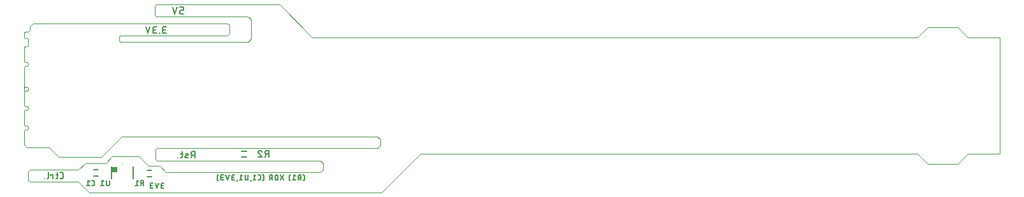
<source format=gbo>
G04 EAGLE Gerber X2 export*
%TF.Part,Single*%
%TF.FileFunction,Other,silk bottom*%
%TF.FilePolarity,Positive*%
%TF.GenerationSoftware,Autodesk,EAGLE,9.6.2*%
%TF.CreationDate,2022-04-17T12:17:04Z*%
G75*
%MOMM*%
%FSLAX34Y34*%
%LPD*%
%INsilk bottom*%
%AMOC8*
5,1,8,0,0,1.08239X$1,22.5*%
G01*
%ADD10C,0.000000*%
%ADD11C,0.152400*%
%ADD12C,0.127000*%
%ADD13C,0.010000*%
%ADD14R,0.750000X0.750000*%


D10*
X0Y-36000D02*
X3000Y-39000D01*
X32500Y-39000D01*
X0Y113500D02*
X1000Y114500D01*
X0Y113500D02*
X0Y107500D01*
X0Y94000D02*
X0Y75000D01*
X1000Y74000D01*
X4000Y74000D01*
X5000Y73000D01*
X5000Y70000D02*
X4000Y69000D01*
X1000Y69000D01*
X0Y68000D01*
X5000Y70000D02*
X5000Y73000D01*
X0Y68000D02*
X0Y42500D01*
X1000Y41500D01*
X4000Y41500D01*
X5000Y40500D01*
X5000Y37500D02*
X4000Y36500D01*
X1000Y36500D01*
X0Y35500D01*
X5000Y37500D02*
X5000Y40500D01*
X0Y42000D02*
X0Y35500D01*
X0Y16500D02*
X1000Y15500D01*
X4000Y15500D01*
X5000Y14500D01*
X5000Y11500D02*
X4000Y10500D01*
X1000Y10500D01*
X0Y9500D01*
X5000Y11500D02*
X5000Y14500D01*
X0Y-16500D02*
X0Y-36000D01*
X0Y-9500D02*
X0Y9500D01*
X0Y16500D02*
X0Y35500D01*
X0Y-9500D02*
X1000Y-10500D01*
X4000Y-10500D02*
X5000Y-11500D01*
X4000Y-10500D02*
X1000Y-10500D01*
X5000Y-11500D02*
X5000Y-14500D01*
X4000Y-15500D01*
X1000Y-15500D01*
X0Y-16500D01*
X1000Y106500D02*
X0Y107500D01*
X1000Y106500D02*
X4000Y106500D01*
X5000Y105500D01*
X5000Y96000D01*
X4000Y95000D01*
X1000Y95000D01*
X0Y94000D01*
D11*
X47460Y-81118D02*
X49379Y-81118D01*
X49465Y-81116D01*
X49551Y-81110D01*
X49637Y-81101D01*
X49722Y-81087D01*
X49806Y-81070D01*
X49890Y-81049D01*
X49972Y-81024D01*
X50053Y-80996D01*
X50133Y-80964D01*
X50212Y-80928D01*
X50288Y-80889D01*
X50363Y-80846D01*
X50436Y-80801D01*
X50507Y-80752D01*
X50575Y-80699D01*
X50642Y-80644D01*
X50705Y-80586D01*
X50766Y-80525D01*
X50824Y-80462D01*
X50879Y-80395D01*
X50932Y-80327D01*
X50981Y-80256D01*
X51026Y-80183D01*
X51069Y-80108D01*
X51108Y-80032D01*
X51144Y-79953D01*
X51176Y-79873D01*
X51204Y-79792D01*
X51229Y-79710D01*
X51250Y-79626D01*
X51267Y-79542D01*
X51281Y-79457D01*
X51290Y-79371D01*
X51296Y-79285D01*
X51298Y-79199D01*
X51298Y-74401D01*
X51296Y-74315D01*
X51290Y-74229D01*
X51281Y-74143D01*
X51267Y-74058D01*
X51250Y-73974D01*
X51229Y-73890D01*
X51204Y-73808D01*
X51176Y-73727D01*
X51144Y-73647D01*
X51108Y-73568D01*
X51069Y-73492D01*
X51026Y-73417D01*
X50981Y-73344D01*
X50932Y-73273D01*
X50879Y-73205D01*
X50824Y-73138D01*
X50766Y-73075D01*
X50705Y-73014D01*
X50642Y-72956D01*
X50576Y-72901D01*
X50507Y-72849D01*
X50436Y-72799D01*
X50363Y-72754D01*
X50288Y-72711D01*
X50212Y-72672D01*
X50133Y-72636D01*
X50053Y-72604D01*
X49972Y-72576D01*
X49890Y-72551D01*
X49806Y-72530D01*
X49722Y-72513D01*
X49637Y-72499D01*
X49551Y-72490D01*
X49465Y-72484D01*
X49379Y-72482D01*
X47460Y-72482D01*
X44615Y-75361D02*
X41737Y-75361D01*
X43656Y-72482D02*
X43656Y-79679D01*
X43655Y-79679D02*
X43653Y-79754D01*
X43647Y-79829D01*
X43637Y-79904D01*
X43624Y-79978D01*
X43606Y-80051D01*
X43585Y-80124D01*
X43559Y-80195D01*
X43531Y-80264D01*
X43498Y-80332D01*
X43462Y-80399D01*
X43423Y-80463D01*
X43380Y-80525D01*
X43334Y-80585D01*
X43285Y-80642D01*
X43234Y-80697D01*
X43179Y-80748D01*
X43122Y-80797D01*
X43062Y-80843D01*
X43000Y-80886D01*
X42936Y-80925D01*
X42869Y-80961D01*
X42801Y-80994D01*
X42732Y-81022D01*
X42661Y-81048D01*
X42588Y-81069D01*
X42515Y-81087D01*
X42441Y-81100D01*
X42366Y-81110D01*
X42291Y-81116D01*
X42216Y-81118D01*
X41737Y-81118D01*
X37597Y-81118D02*
X37597Y-75361D01*
X34719Y-75361D01*
X34719Y-76320D01*
X31539Y-79679D02*
X31539Y-72482D01*
X31539Y-79679D02*
X31537Y-79754D01*
X31531Y-79829D01*
X31521Y-79904D01*
X31508Y-79978D01*
X31490Y-80051D01*
X31469Y-80124D01*
X31443Y-80195D01*
X31415Y-80264D01*
X31382Y-80332D01*
X31346Y-80399D01*
X31307Y-80463D01*
X31264Y-80525D01*
X31218Y-80585D01*
X31169Y-80642D01*
X31118Y-80697D01*
X31063Y-80748D01*
X31006Y-80797D01*
X30946Y-80843D01*
X30884Y-80886D01*
X30820Y-80925D01*
X30753Y-80961D01*
X30685Y-80994D01*
X30616Y-81022D01*
X30545Y-81048D01*
X30472Y-81069D01*
X30399Y-81087D01*
X30325Y-81100D01*
X30250Y-81110D01*
X30175Y-81116D01*
X30100Y-81118D01*
X27155Y-81118D02*
X27155Y-80638D01*
X26676Y-80638D01*
X26676Y-81118D01*
X27155Y-81118D01*
X226298Y-53118D02*
X226298Y-44482D01*
X223899Y-44482D01*
X223802Y-44484D01*
X223706Y-44490D01*
X223610Y-44499D01*
X223514Y-44513D01*
X223419Y-44530D01*
X223325Y-44552D01*
X223232Y-44577D01*
X223139Y-44605D01*
X223048Y-44638D01*
X222959Y-44674D01*
X222871Y-44714D01*
X222784Y-44757D01*
X222700Y-44803D01*
X222617Y-44853D01*
X222536Y-44907D01*
X222458Y-44963D01*
X222382Y-45023D01*
X222308Y-45085D01*
X222237Y-45151D01*
X222169Y-45219D01*
X222103Y-45290D01*
X222041Y-45364D01*
X221981Y-45440D01*
X221925Y-45518D01*
X221871Y-45599D01*
X221821Y-45681D01*
X221775Y-45766D01*
X221732Y-45853D01*
X221692Y-45941D01*
X221656Y-46030D01*
X221623Y-46121D01*
X221595Y-46214D01*
X221570Y-46307D01*
X221548Y-46401D01*
X221531Y-46496D01*
X221517Y-46592D01*
X221508Y-46688D01*
X221502Y-46784D01*
X221500Y-46881D01*
X221502Y-46978D01*
X221508Y-47074D01*
X221517Y-47170D01*
X221531Y-47266D01*
X221548Y-47361D01*
X221570Y-47455D01*
X221595Y-47548D01*
X221623Y-47641D01*
X221656Y-47732D01*
X221692Y-47821D01*
X221732Y-47909D01*
X221775Y-47996D01*
X221821Y-48080D01*
X221871Y-48163D01*
X221925Y-48244D01*
X221981Y-48322D01*
X222041Y-48398D01*
X222103Y-48472D01*
X222169Y-48543D01*
X222237Y-48611D01*
X222308Y-48677D01*
X222382Y-48739D01*
X222458Y-48799D01*
X222536Y-48855D01*
X222617Y-48909D01*
X222699Y-48959D01*
X222784Y-49005D01*
X222871Y-49048D01*
X222959Y-49088D01*
X223048Y-49124D01*
X223139Y-49157D01*
X223232Y-49185D01*
X223325Y-49210D01*
X223419Y-49232D01*
X223514Y-49249D01*
X223610Y-49263D01*
X223706Y-49272D01*
X223802Y-49278D01*
X223899Y-49280D01*
X226298Y-49280D01*
X223419Y-49280D02*
X221500Y-53118D01*
X216649Y-49760D02*
X214250Y-50719D01*
X216649Y-49760D02*
X216712Y-49733D01*
X216774Y-49702D01*
X216834Y-49667D01*
X216892Y-49630D01*
X216948Y-49589D01*
X217001Y-49546D01*
X217052Y-49499D01*
X217100Y-49450D01*
X217146Y-49398D01*
X217188Y-49343D01*
X217228Y-49286D01*
X217264Y-49228D01*
X217297Y-49167D01*
X217326Y-49105D01*
X217352Y-49041D01*
X217375Y-48975D01*
X217393Y-48909D01*
X217408Y-48841D01*
X217420Y-48773D01*
X217427Y-48705D01*
X217431Y-48636D01*
X217430Y-48567D01*
X217426Y-48498D01*
X217418Y-48429D01*
X217407Y-48361D01*
X217391Y-48294D01*
X217372Y-48227D01*
X217350Y-48162D01*
X217323Y-48098D01*
X217293Y-48036D01*
X217260Y-47976D01*
X217223Y-47917D01*
X217184Y-47861D01*
X217141Y-47806D01*
X217095Y-47755D01*
X217047Y-47706D01*
X216995Y-47659D01*
X216942Y-47616D01*
X216886Y-47576D01*
X216827Y-47539D01*
X216767Y-47505D01*
X216705Y-47474D01*
X216642Y-47447D01*
X216577Y-47424D01*
X216511Y-47404D01*
X216444Y-47388D01*
X216376Y-47375D01*
X216307Y-47367D01*
X216238Y-47362D01*
X216169Y-47361D01*
X216030Y-47364D01*
X215891Y-47372D01*
X215752Y-47383D01*
X215614Y-47397D01*
X215476Y-47415D01*
X215338Y-47436D01*
X215201Y-47461D01*
X215065Y-47490D01*
X214929Y-47522D01*
X214795Y-47557D01*
X214661Y-47596D01*
X214528Y-47638D01*
X214397Y-47684D01*
X214267Y-47733D01*
X214138Y-47785D01*
X214010Y-47840D01*
X214250Y-50719D02*
X214187Y-50746D01*
X214125Y-50777D01*
X214065Y-50812D01*
X214007Y-50849D01*
X213951Y-50890D01*
X213898Y-50933D01*
X213847Y-50980D01*
X213799Y-51029D01*
X213753Y-51081D01*
X213711Y-51136D01*
X213671Y-51193D01*
X213635Y-51251D01*
X213602Y-51312D01*
X213573Y-51375D01*
X213547Y-51438D01*
X213524Y-51504D01*
X213506Y-51570D01*
X213491Y-51638D01*
X213479Y-51706D01*
X213472Y-51774D01*
X213468Y-51843D01*
X213469Y-51912D01*
X213473Y-51981D01*
X213481Y-52050D01*
X213492Y-52118D01*
X213508Y-52185D01*
X213527Y-52252D01*
X213549Y-52317D01*
X213576Y-52381D01*
X213606Y-52443D01*
X213639Y-52503D01*
X213676Y-52562D01*
X213715Y-52618D01*
X213758Y-52673D01*
X213804Y-52724D01*
X213852Y-52773D01*
X213904Y-52820D01*
X213957Y-52863D01*
X214013Y-52903D01*
X214072Y-52940D01*
X214132Y-52974D01*
X214194Y-53005D01*
X214257Y-53032D01*
X214322Y-53055D01*
X214388Y-53075D01*
X214455Y-53091D01*
X214523Y-53104D01*
X214592Y-53112D01*
X214661Y-53117D01*
X214730Y-53118D01*
X214729Y-53117D02*
X214922Y-53112D01*
X215114Y-53103D01*
X215306Y-53088D01*
X215497Y-53070D01*
X215688Y-53047D01*
X215879Y-53019D01*
X216069Y-52987D01*
X216257Y-52950D01*
X216445Y-52909D01*
X216632Y-52863D01*
X216818Y-52813D01*
X217003Y-52759D01*
X217186Y-52700D01*
X217368Y-52637D01*
X210289Y-47361D02*
X207411Y-47361D01*
X209330Y-44482D02*
X209330Y-51679D01*
X209328Y-51754D01*
X209322Y-51829D01*
X209312Y-51904D01*
X209299Y-51978D01*
X209281Y-52051D01*
X209260Y-52124D01*
X209234Y-52195D01*
X209206Y-52264D01*
X209173Y-52332D01*
X209137Y-52398D01*
X209098Y-52463D01*
X209055Y-52525D01*
X209009Y-52585D01*
X208960Y-52642D01*
X208909Y-52697D01*
X208854Y-52748D01*
X208797Y-52797D01*
X208737Y-52843D01*
X208675Y-52886D01*
X208611Y-52925D01*
X208544Y-52961D01*
X208476Y-52994D01*
X208407Y-53022D01*
X208336Y-53048D01*
X208263Y-53069D01*
X208190Y-53087D01*
X208116Y-53100D01*
X208041Y-53110D01*
X207966Y-53116D01*
X207891Y-53118D01*
X207411Y-53118D01*
X204107Y-53118D02*
X204107Y-52638D01*
X203627Y-52638D01*
X203627Y-53118D01*
X204107Y-53118D01*
D10*
X5000Y114500D02*
X1000Y114500D01*
X5000Y114500D02*
X7500Y117000D01*
X7500Y122000D01*
X11500Y126000D01*
X270000Y126000D01*
X272000Y124000D01*
X272000Y112000D01*
X270000Y110000D01*
X129000Y110000D01*
X126000Y107000D02*
X126000Y104000D01*
X129000Y101000D02*
X295000Y101000D01*
X301000Y108000D02*
X301000Y128000D01*
X295000Y135000D02*
X175000Y135000D01*
X173000Y137000D01*
X173000Y149000D01*
X175000Y151000D01*
X339000Y151000D01*
X382500Y107500D01*
X1295500Y107500D02*
X1296000Y107000D01*
X1296000Y-46500D01*
X1295000Y-47500D01*
X1295500Y107500D02*
X1254000Y107500D01*
X1187000Y107500D02*
X382500Y107500D01*
X129000Y110000D02*
X128893Y109998D01*
X128786Y109992D01*
X128679Y109983D01*
X128573Y109969D01*
X128467Y109952D01*
X128362Y109931D01*
X128258Y109907D01*
X128155Y109878D01*
X128053Y109846D01*
X127952Y109811D01*
X127852Y109772D01*
X127754Y109729D01*
X127657Y109683D01*
X127562Y109633D01*
X127469Y109580D01*
X127378Y109524D01*
X127289Y109464D01*
X127202Y109402D01*
X127118Y109336D01*
X127035Y109267D01*
X126956Y109196D01*
X126879Y109121D01*
X126804Y109044D01*
X126733Y108965D01*
X126664Y108882D01*
X126598Y108798D01*
X126536Y108711D01*
X126476Y108622D01*
X126420Y108531D01*
X126367Y108438D01*
X126317Y108343D01*
X126271Y108246D01*
X126228Y108148D01*
X126189Y108048D01*
X126154Y107947D01*
X126122Y107845D01*
X126093Y107742D01*
X126069Y107638D01*
X126048Y107533D01*
X126031Y107427D01*
X126017Y107321D01*
X126008Y107214D01*
X126002Y107107D01*
X126000Y107000D01*
X126000Y104000D02*
X126002Y103893D01*
X126008Y103786D01*
X126017Y103679D01*
X126031Y103573D01*
X126048Y103467D01*
X126069Y103362D01*
X126093Y103258D01*
X126122Y103155D01*
X126154Y103053D01*
X126189Y102952D01*
X126228Y102852D01*
X126271Y102754D01*
X126317Y102657D01*
X126367Y102562D01*
X126420Y102469D01*
X126476Y102378D01*
X126536Y102289D01*
X126598Y102202D01*
X126664Y102118D01*
X126733Y102035D01*
X126804Y101956D01*
X126879Y101879D01*
X126956Y101804D01*
X127035Y101733D01*
X127118Y101664D01*
X127202Y101598D01*
X127289Y101536D01*
X127378Y101476D01*
X127469Y101420D01*
X127562Y101367D01*
X127657Y101317D01*
X127754Y101271D01*
X127852Y101228D01*
X127952Y101189D01*
X128053Y101154D01*
X128155Y101122D01*
X128258Y101093D01*
X128362Y101069D01*
X128467Y101048D01*
X128573Y101031D01*
X128679Y101017D01*
X128786Y101008D01*
X128893Y101002D01*
X129000Y101000D01*
X295000Y101000D02*
X295159Y101014D01*
X295318Y101033D01*
X295477Y101055D01*
X295635Y101081D01*
X295792Y101110D01*
X295948Y101144D01*
X296104Y101181D01*
X296258Y101223D01*
X296412Y101268D01*
X296564Y101316D01*
X296715Y101369D01*
X296865Y101425D01*
X297014Y101485D01*
X297160Y101549D01*
X297306Y101616D01*
X297449Y101686D01*
X297591Y101760D01*
X297731Y101838D01*
X297869Y101919D01*
X298005Y102003D01*
X298139Y102091D01*
X298270Y102182D01*
X298400Y102276D01*
X298527Y102373D01*
X298651Y102474D01*
X298774Y102577D01*
X298893Y102684D01*
X299010Y102793D01*
X299124Y102905D01*
X299235Y103020D01*
X299344Y103137D01*
X299450Y103257D01*
X299552Y103380D01*
X299652Y103505D01*
X299748Y103633D01*
X299842Y103763D01*
X299932Y103895D01*
X300019Y104030D01*
X300102Y104166D01*
X300182Y104305D01*
X300259Y104445D01*
X300332Y104587D01*
X300402Y104731D01*
X300468Y104877D01*
X300531Y105024D01*
X300590Y105173D01*
X300645Y105323D01*
X300696Y105475D01*
X300744Y105627D01*
X300788Y105781D01*
X300829Y105936D01*
X300865Y106092D01*
X300898Y106248D01*
X300926Y106406D01*
X300951Y106564D01*
X300972Y106722D01*
X300990Y106881D01*
X301003Y107041D01*
X301012Y107201D01*
X301018Y107360D01*
X301019Y107520D01*
X301017Y107680D01*
X301010Y107840D01*
X301000Y108000D01*
X301000Y128000D02*
X301021Y128153D01*
X301039Y128306D01*
X301053Y128459D01*
X301063Y128613D01*
X301069Y128767D01*
X301071Y128921D01*
X301069Y129074D01*
X301064Y129228D01*
X301054Y129382D01*
X301041Y129535D01*
X301023Y129688D01*
X301002Y129841D01*
X300977Y129993D01*
X300948Y130144D01*
X300915Y130294D01*
X300879Y130444D01*
X300839Y130592D01*
X300795Y130740D01*
X300747Y130886D01*
X300695Y131031D01*
X300640Y131175D01*
X300581Y131317D01*
X300519Y131458D01*
X300453Y131597D01*
X300384Y131735D01*
X300311Y131870D01*
X300235Y132004D01*
X300155Y132136D01*
X300072Y132265D01*
X299986Y132393D01*
X299896Y132518D01*
X299804Y132641D01*
X299708Y132762D01*
X299609Y132880D01*
X299508Y132996D01*
X299403Y133109D01*
X299296Y133219D01*
X299186Y133326D01*
X299073Y133431D01*
X298957Y133533D01*
X298839Y133632D01*
X298719Y133728D01*
X298596Y133820D01*
X298471Y133910D01*
X298343Y133996D01*
X298214Y134080D01*
X298082Y134159D01*
X297949Y134236D01*
X297813Y134309D01*
X297676Y134378D01*
X297537Y134445D01*
X297396Y134507D01*
X297254Y134566D01*
X297110Y134621D01*
X296965Y134673D01*
X296819Y134721D01*
X296672Y134765D01*
X296523Y134806D01*
X296374Y134843D01*
X296223Y134876D01*
X296072Y134905D01*
X295920Y134930D01*
X295768Y134951D01*
X295615Y134969D01*
X295461Y134982D01*
X295308Y134992D01*
X295154Y134998D01*
X295000Y135000D01*
X102000Y-52000D02*
X45500Y-52000D01*
X32500Y-39000D01*
X102000Y-52000D02*
X129000Y-25000D01*
X473000Y-31000D02*
X473000Y-34000D01*
X467000Y-40000D02*
X176000Y-40000D01*
X174000Y-42000D01*
X174000Y-55000D01*
X176000Y-57000D01*
X467000Y-24999D02*
X467148Y-24990D01*
X467296Y-24985D01*
X467445Y-24983D01*
X467593Y-24985D01*
X467741Y-24992D01*
X467889Y-25002D01*
X468036Y-25016D01*
X468184Y-25034D01*
X468330Y-25056D01*
X468476Y-25082D01*
X468621Y-25112D01*
X468766Y-25145D01*
X468909Y-25183D01*
X469052Y-25224D01*
X469193Y-25269D01*
X469333Y-25317D01*
X469472Y-25370D01*
X469609Y-25426D01*
X469745Y-25485D01*
X469879Y-25549D01*
X470011Y-25615D01*
X470142Y-25686D01*
X470270Y-25759D01*
X470397Y-25836D01*
X470521Y-25917D01*
X470644Y-26000D01*
X470764Y-26087D01*
X470882Y-26177D01*
X470997Y-26270D01*
X471110Y-26367D01*
X471220Y-26466D01*
X471328Y-26568D01*
X471432Y-26672D01*
X471534Y-26780D01*
X471633Y-26890D01*
X471730Y-27003D01*
X471823Y-27118D01*
X471913Y-27236D01*
X472000Y-27356D01*
X472083Y-27479D01*
X472164Y-27603D01*
X472241Y-27730D01*
X472314Y-27858D01*
X472385Y-27989D01*
X472451Y-28121D01*
X472515Y-28255D01*
X472574Y-28391D01*
X472630Y-28528D01*
X472683Y-28667D01*
X472731Y-28807D01*
X472776Y-28948D01*
X472817Y-29091D01*
X472855Y-29234D01*
X472888Y-29379D01*
X472918Y-29524D01*
X472944Y-29670D01*
X472966Y-29816D01*
X472984Y-29964D01*
X472998Y-30111D01*
X473008Y-30259D01*
X473015Y-30407D01*
X473017Y-30555D01*
X473015Y-30704D01*
X473010Y-30852D01*
X473001Y-31000D01*
X473001Y-34000D02*
X473010Y-34148D01*
X473015Y-34296D01*
X473017Y-34445D01*
X473015Y-34593D01*
X473008Y-34741D01*
X472998Y-34889D01*
X472984Y-35036D01*
X472966Y-35184D01*
X472944Y-35330D01*
X472918Y-35476D01*
X472888Y-35621D01*
X472855Y-35766D01*
X472817Y-35909D01*
X472776Y-36052D01*
X472731Y-36193D01*
X472683Y-36333D01*
X472630Y-36472D01*
X472574Y-36609D01*
X472515Y-36745D01*
X472451Y-36879D01*
X472385Y-37011D01*
X472314Y-37142D01*
X472241Y-37270D01*
X472164Y-37397D01*
X472083Y-37521D01*
X472000Y-37644D01*
X471913Y-37764D01*
X471823Y-37882D01*
X471730Y-37997D01*
X471633Y-38110D01*
X471534Y-38220D01*
X471432Y-38328D01*
X471328Y-38432D01*
X471220Y-38534D01*
X471110Y-38633D01*
X470997Y-38730D01*
X470882Y-38823D01*
X470764Y-38913D01*
X470644Y-39000D01*
X470521Y-39083D01*
X470397Y-39164D01*
X470270Y-39241D01*
X470142Y-39314D01*
X470011Y-39385D01*
X469879Y-39451D01*
X469745Y-39515D01*
X469609Y-39574D01*
X469472Y-39630D01*
X469333Y-39683D01*
X469193Y-39731D01*
X469052Y-39776D01*
X468909Y-39817D01*
X468766Y-39855D01*
X468621Y-39888D01*
X468476Y-39918D01*
X468330Y-39944D01*
X468184Y-39966D01*
X468036Y-39984D01*
X467889Y-39998D01*
X467741Y-40008D01*
X467593Y-40015D01*
X467445Y-40017D01*
X467296Y-40015D01*
X467148Y-40010D01*
X467000Y-40001D01*
X467000Y-25000D02*
X129000Y-25000D01*
X7000Y-85000D02*
X5000Y-83000D01*
X5000Y-71000D01*
X7000Y-69000D01*
X72000Y-69000D01*
X81000Y-60000D01*
X108000Y-60000D01*
X117000Y-51000D01*
X152000Y-51000D01*
X165000Y-64000D01*
X180000Y-64000D01*
X391000Y-56999D02*
X391148Y-56990D01*
X391296Y-56985D01*
X391445Y-56983D01*
X391593Y-56985D01*
X391741Y-56992D01*
X391889Y-57002D01*
X392036Y-57016D01*
X392184Y-57034D01*
X392330Y-57056D01*
X392476Y-57082D01*
X392621Y-57112D01*
X392766Y-57145D01*
X392909Y-57183D01*
X393052Y-57224D01*
X393193Y-57269D01*
X393333Y-57317D01*
X393472Y-57370D01*
X393609Y-57426D01*
X393745Y-57485D01*
X393879Y-57549D01*
X394011Y-57615D01*
X394142Y-57686D01*
X394270Y-57759D01*
X394397Y-57836D01*
X394521Y-57917D01*
X394644Y-58000D01*
X394764Y-58087D01*
X394882Y-58177D01*
X394997Y-58270D01*
X395110Y-58367D01*
X395220Y-58466D01*
X395328Y-58568D01*
X395432Y-58672D01*
X395534Y-58780D01*
X395633Y-58890D01*
X395730Y-59003D01*
X395823Y-59118D01*
X395913Y-59236D01*
X396000Y-59356D01*
X396083Y-59479D01*
X396164Y-59603D01*
X396241Y-59730D01*
X396314Y-59858D01*
X396385Y-59989D01*
X396451Y-60121D01*
X396515Y-60255D01*
X396574Y-60391D01*
X396630Y-60528D01*
X396683Y-60667D01*
X396731Y-60807D01*
X396776Y-60948D01*
X396817Y-61091D01*
X396855Y-61234D01*
X396888Y-61379D01*
X396918Y-61524D01*
X396944Y-61670D01*
X396966Y-61816D01*
X396984Y-61964D01*
X396998Y-62111D01*
X397008Y-62259D01*
X397015Y-62407D01*
X397017Y-62555D01*
X397015Y-62704D01*
X397010Y-62852D01*
X397001Y-63000D01*
X397000Y-63000D02*
X397000Y-66000D01*
X397001Y-66000D02*
X397010Y-66148D01*
X397015Y-66296D01*
X397017Y-66445D01*
X397015Y-66593D01*
X397008Y-66741D01*
X396998Y-66889D01*
X396984Y-67036D01*
X396966Y-67184D01*
X396944Y-67330D01*
X396918Y-67476D01*
X396888Y-67621D01*
X396855Y-67766D01*
X396817Y-67909D01*
X396776Y-68052D01*
X396731Y-68193D01*
X396683Y-68333D01*
X396630Y-68472D01*
X396574Y-68609D01*
X396515Y-68745D01*
X396451Y-68879D01*
X396385Y-69011D01*
X396314Y-69142D01*
X396241Y-69270D01*
X396164Y-69397D01*
X396083Y-69521D01*
X396000Y-69644D01*
X395913Y-69764D01*
X395823Y-69882D01*
X395730Y-69997D01*
X395633Y-70110D01*
X395534Y-70220D01*
X395432Y-70328D01*
X395328Y-70432D01*
X395220Y-70534D01*
X395110Y-70633D01*
X394997Y-70730D01*
X394882Y-70823D01*
X394764Y-70913D01*
X394644Y-71000D01*
X394521Y-71083D01*
X394397Y-71164D01*
X394270Y-71241D01*
X394142Y-71314D01*
X394011Y-71385D01*
X393879Y-71451D01*
X393745Y-71515D01*
X393609Y-71574D01*
X393472Y-71630D01*
X393333Y-71683D01*
X393193Y-71731D01*
X393052Y-71776D01*
X392909Y-71817D01*
X392766Y-71855D01*
X392621Y-71888D01*
X392476Y-71918D01*
X392330Y-71944D01*
X392184Y-71966D01*
X392036Y-71984D01*
X391889Y-71998D01*
X391741Y-72008D01*
X391593Y-72015D01*
X391445Y-72017D01*
X391296Y-72015D01*
X391148Y-72010D01*
X391000Y-72001D01*
X391000Y-72000D02*
X188000Y-72000D01*
X180000Y-64000D01*
X176000Y-57000D02*
X391000Y-57000D01*
X72000Y-85000D02*
X7000Y-85000D01*
X72000Y-85000D02*
X86000Y-99000D01*
X474500Y-99000D01*
X526000Y-47500D01*
X1187000Y-47500D02*
X1200500Y-61000D01*
X1240500Y-61000D01*
X1254000Y-47500D01*
X1295000Y-47500D01*
X1187000Y-47500D02*
X526000Y-47500D01*
D12*
X372425Y-79316D02*
X372423Y-79159D01*
X372417Y-79002D01*
X372408Y-78846D01*
X372395Y-78689D01*
X372378Y-78533D01*
X372357Y-78378D01*
X372333Y-78223D01*
X372305Y-78068D01*
X372273Y-77914D01*
X372237Y-77762D01*
X372198Y-77610D01*
X372155Y-77459D01*
X372109Y-77309D01*
X372059Y-77160D01*
X372005Y-77013D01*
X371948Y-76866D01*
X371887Y-76722D01*
X371823Y-76578D01*
X371755Y-76437D01*
X371684Y-76297D01*
X371610Y-76158D01*
X371533Y-76022D01*
X371452Y-75888D01*
X371368Y-75755D01*
X371280Y-75625D01*
X371190Y-75496D01*
X371097Y-75370D01*
X371000Y-75246D01*
X370901Y-75125D01*
X372425Y-79316D02*
X372423Y-79473D01*
X372417Y-79630D01*
X372408Y-79786D01*
X372395Y-79943D01*
X372378Y-80099D01*
X372357Y-80254D01*
X372333Y-80409D01*
X372305Y-80564D01*
X372273Y-80718D01*
X372237Y-80870D01*
X372198Y-81022D01*
X372155Y-81173D01*
X372109Y-81323D01*
X372059Y-81472D01*
X372005Y-81619D01*
X371948Y-81766D01*
X371887Y-81910D01*
X371823Y-82054D01*
X371755Y-82195D01*
X371684Y-82335D01*
X371610Y-82474D01*
X371533Y-82610D01*
X371452Y-82744D01*
X371368Y-82877D01*
X371280Y-83007D01*
X371190Y-83136D01*
X371097Y-83262D01*
X371000Y-83386D01*
X370901Y-83507D01*
X367430Y-82745D02*
X367430Y-75887D01*
X365525Y-75887D01*
X365440Y-75889D01*
X365354Y-75895D01*
X365269Y-75904D01*
X365185Y-75918D01*
X365101Y-75935D01*
X365018Y-75956D01*
X364936Y-75980D01*
X364856Y-76008D01*
X364776Y-76040D01*
X364698Y-76076D01*
X364622Y-76114D01*
X364548Y-76157D01*
X364476Y-76202D01*
X364405Y-76251D01*
X364337Y-76303D01*
X364272Y-76357D01*
X364209Y-76415D01*
X364148Y-76476D01*
X364090Y-76539D01*
X364036Y-76604D01*
X363984Y-76672D01*
X363935Y-76743D01*
X363890Y-76815D01*
X363847Y-76889D01*
X363809Y-76965D01*
X363773Y-77043D01*
X363741Y-77123D01*
X363713Y-77203D01*
X363689Y-77285D01*
X363668Y-77368D01*
X363651Y-77452D01*
X363637Y-77536D01*
X363628Y-77621D01*
X363622Y-77707D01*
X363620Y-77792D01*
X363622Y-77877D01*
X363628Y-77963D01*
X363637Y-78048D01*
X363651Y-78132D01*
X363668Y-78216D01*
X363689Y-78299D01*
X363713Y-78381D01*
X363741Y-78461D01*
X363773Y-78541D01*
X363809Y-78619D01*
X363847Y-78695D01*
X363890Y-78769D01*
X363935Y-78841D01*
X363984Y-78912D01*
X364036Y-78980D01*
X364090Y-79045D01*
X364148Y-79108D01*
X364209Y-79169D01*
X364272Y-79227D01*
X364337Y-79281D01*
X364405Y-79333D01*
X364476Y-79382D01*
X364548Y-79427D01*
X364622Y-79470D01*
X364698Y-79508D01*
X364776Y-79544D01*
X364856Y-79576D01*
X364936Y-79604D01*
X365018Y-79628D01*
X365101Y-79649D01*
X365185Y-79666D01*
X365269Y-79680D01*
X365354Y-79689D01*
X365440Y-79695D01*
X365525Y-79697D01*
X367430Y-79697D01*
X365144Y-79697D02*
X363620Y-82745D01*
X360185Y-77411D02*
X358280Y-75887D01*
X358280Y-82745D01*
X360185Y-82745D02*
X356375Y-82745D01*
X353217Y-83507D02*
X353118Y-83386D01*
X353021Y-83262D01*
X352928Y-83136D01*
X352838Y-83007D01*
X352750Y-82877D01*
X352666Y-82744D01*
X352585Y-82610D01*
X352508Y-82474D01*
X352434Y-82335D01*
X352363Y-82195D01*
X352295Y-82054D01*
X352231Y-81910D01*
X352170Y-81766D01*
X352113Y-81619D01*
X352059Y-81472D01*
X352009Y-81323D01*
X351963Y-81173D01*
X351920Y-81022D01*
X351881Y-80870D01*
X351845Y-80718D01*
X351813Y-80564D01*
X351785Y-80409D01*
X351761Y-80254D01*
X351740Y-80099D01*
X351723Y-79943D01*
X351710Y-79786D01*
X351701Y-79630D01*
X351695Y-79473D01*
X351693Y-79316D01*
X351695Y-79159D01*
X351701Y-79002D01*
X351710Y-78846D01*
X351723Y-78689D01*
X351740Y-78533D01*
X351761Y-78378D01*
X351785Y-78223D01*
X351813Y-78068D01*
X351845Y-77914D01*
X351881Y-77762D01*
X351920Y-77610D01*
X351963Y-77459D01*
X352009Y-77309D01*
X352059Y-77160D01*
X352113Y-77013D01*
X352170Y-76866D01*
X352231Y-76722D01*
X352295Y-76578D01*
X352363Y-76437D01*
X352434Y-76297D01*
X352508Y-76158D01*
X352585Y-76022D01*
X352666Y-75888D01*
X352750Y-75755D01*
X352838Y-75625D01*
X352928Y-75496D01*
X353021Y-75370D01*
X353118Y-75246D01*
X353217Y-75125D01*
X344716Y-82745D02*
X340144Y-75887D01*
X344716Y-75887D02*
X340144Y-82745D01*
X337020Y-80840D02*
X337020Y-77792D01*
X337018Y-77707D01*
X337012Y-77621D01*
X337003Y-77536D01*
X336989Y-77452D01*
X336972Y-77368D01*
X336951Y-77285D01*
X336927Y-77203D01*
X336899Y-77123D01*
X336867Y-77043D01*
X336831Y-76965D01*
X336793Y-76889D01*
X336750Y-76815D01*
X336705Y-76743D01*
X336656Y-76672D01*
X336604Y-76604D01*
X336550Y-76539D01*
X336492Y-76476D01*
X336431Y-76415D01*
X336368Y-76357D01*
X336303Y-76303D01*
X336235Y-76251D01*
X336164Y-76202D01*
X336092Y-76157D01*
X336018Y-76114D01*
X335942Y-76076D01*
X335864Y-76040D01*
X335784Y-76008D01*
X335704Y-75980D01*
X335622Y-75956D01*
X335539Y-75935D01*
X335455Y-75918D01*
X335371Y-75904D01*
X335286Y-75895D01*
X335200Y-75889D01*
X335115Y-75887D01*
X335030Y-75889D01*
X334944Y-75895D01*
X334859Y-75904D01*
X334775Y-75918D01*
X334691Y-75935D01*
X334608Y-75956D01*
X334526Y-75980D01*
X334446Y-76008D01*
X334366Y-76040D01*
X334288Y-76076D01*
X334212Y-76114D01*
X334138Y-76157D01*
X334066Y-76202D01*
X333995Y-76251D01*
X333927Y-76303D01*
X333862Y-76357D01*
X333799Y-76415D01*
X333738Y-76476D01*
X333680Y-76539D01*
X333626Y-76604D01*
X333574Y-76672D01*
X333525Y-76743D01*
X333480Y-76815D01*
X333437Y-76889D01*
X333399Y-76965D01*
X333363Y-77043D01*
X333331Y-77123D01*
X333303Y-77203D01*
X333279Y-77285D01*
X333258Y-77368D01*
X333241Y-77452D01*
X333227Y-77536D01*
X333218Y-77621D01*
X333212Y-77707D01*
X333210Y-77792D01*
X333210Y-80840D01*
X333212Y-80925D01*
X333218Y-81011D01*
X333227Y-81096D01*
X333241Y-81180D01*
X333258Y-81264D01*
X333279Y-81347D01*
X333303Y-81429D01*
X333331Y-81509D01*
X333363Y-81589D01*
X333399Y-81667D01*
X333437Y-81743D01*
X333480Y-81817D01*
X333525Y-81889D01*
X333574Y-81960D01*
X333626Y-82028D01*
X333680Y-82093D01*
X333738Y-82156D01*
X333799Y-82217D01*
X333862Y-82275D01*
X333927Y-82329D01*
X333995Y-82381D01*
X334066Y-82430D01*
X334138Y-82475D01*
X334212Y-82518D01*
X334288Y-82556D01*
X334366Y-82592D01*
X334446Y-82624D01*
X334526Y-82652D01*
X334608Y-82676D01*
X334691Y-82697D01*
X334775Y-82714D01*
X334859Y-82728D01*
X334944Y-82737D01*
X335030Y-82743D01*
X335115Y-82745D01*
X335200Y-82743D01*
X335286Y-82737D01*
X335371Y-82728D01*
X335455Y-82714D01*
X335539Y-82697D01*
X335622Y-82676D01*
X335704Y-82652D01*
X335784Y-82624D01*
X335864Y-82592D01*
X335942Y-82556D01*
X336018Y-82518D01*
X336092Y-82475D01*
X336164Y-82430D01*
X336235Y-82381D01*
X336303Y-82329D01*
X336368Y-82275D01*
X336431Y-82217D01*
X336492Y-82156D01*
X336550Y-82093D01*
X336604Y-82028D01*
X336656Y-81960D01*
X336705Y-81889D01*
X336750Y-81817D01*
X336793Y-81743D01*
X336831Y-81667D01*
X336867Y-81589D01*
X336899Y-81509D01*
X336927Y-81429D01*
X336951Y-81347D01*
X336972Y-81264D01*
X336989Y-81180D01*
X337003Y-81096D01*
X337012Y-81011D01*
X337018Y-80925D01*
X337020Y-80840D01*
X329391Y-82745D02*
X329391Y-75887D01*
X327486Y-75887D01*
X327401Y-75889D01*
X327315Y-75895D01*
X327230Y-75904D01*
X327146Y-75918D01*
X327062Y-75935D01*
X326979Y-75956D01*
X326897Y-75980D01*
X326817Y-76008D01*
X326737Y-76040D01*
X326659Y-76076D01*
X326583Y-76114D01*
X326509Y-76157D01*
X326437Y-76202D01*
X326366Y-76251D01*
X326298Y-76303D01*
X326233Y-76357D01*
X326170Y-76415D01*
X326109Y-76476D01*
X326051Y-76539D01*
X325997Y-76604D01*
X325945Y-76672D01*
X325896Y-76743D01*
X325851Y-76815D01*
X325808Y-76889D01*
X325770Y-76965D01*
X325734Y-77043D01*
X325702Y-77123D01*
X325674Y-77203D01*
X325650Y-77285D01*
X325629Y-77368D01*
X325612Y-77452D01*
X325598Y-77536D01*
X325589Y-77621D01*
X325583Y-77707D01*
X325581Y-77792D01*
X325583Y-77877D01*
X325589Y-77963D01*
X325598Y-78048D01*
X325612Y-78132D01*
X325629Y-78216D01*
X325650Y-78299D01*
X325674Y-78381D01*
X325702Y-78461D01*
X325734Y-78541D01*
X325770Y-78619D01*
X325808Y-78695D01*
X325851Y-78769D01*
X325896Y-78841D01*
X325945Y-78912D01*
X325997Y-78980D01*
X326051Y-79045D01*
X326109Y-79108D01*
X326170Y-79169D01*
X326233Y-79227D01*
X326298Y-79281D01*
X326366Y-79333D01*
X326437Y-79382D01*
X326509Y-79427D01*
X326583Y-79470D01*
X326659Y-79508D01*
X326737Y-79544D01*
X326817Y-79576D01*
X326897Y-79604D01*
X326979Y-79628D01*
X327062Y-79649D01*
X327146Y-79666D01*
X327230Y-79680D01*
X327315Y-79689D01*
X327401Y-79695D01*
X327486Y-79697D01*
X329391Y-79697D01*
X327105Y-79697D02*
X325581Y-82745D01*
X318293Y-79316D02*
X318291Y-79159D01*
X318285Y-79002D01*
X318276Y-78846D01*
X318263Y-78689D01*
X318246Y-78533D01*
X318225Y-78378D01*
X318201Y-78223D01*
X318173Y-78068D01*
X318141Y-77914D01*
X318105Y-77762D01*
X318066Y-77610D01*
X318023Y-77459D01*
X317977Y-77309D01*
X317927Y-77160D01*
X317873Y-77013D01*
X317816Y-76866D01*
X317755Y-76722D01*
X317691Y-76578D01*
X317623Y-76437D01*
X317552Y-76297D01*
X317478Y-76158D01*
X317401Y-76022D01*
X317320Y-75888D01*
X317236Y-75755D01*
X317148Y-75625D01*
X317058Y-75496D01*
X316965Y-75370D01*
X316868Y-75246D01*
X316769Y-75125D01*
X318293Y-79316D02*
X318291Y-79473D01*
X318285Y-79630D01*
X318276Y-79786D01*
X318263Y-79943D01*
X318246Y-80099D01*
X318225Y-80254D01*
X318201Y-80409D01*
X318173Y-80564D01*
X318141Y-80718D01*
X318105Y-80870D01*
X318066Y-81022D01*
X318023Y-81173D01*
X317977Y-81323D01*
X317927Y-81472D01*
X317873Y-81619D01*
X317816Y-81766D01*
X317755Y-81910D01*
X317691Y-82054D01*
X317623Y-82195D01*
X317552Y-82335D01*
X317478Y-82474D01*
X317401Y-82610D01*
X317320Y-82744D01*
X317236Y-82877D01*
X317148Y-83007D01*
X317058Y-83136D01*
X316965Y-83262D01*
X316868Y-83386D01*
X316769Y-83507D01*
X312119Y-82745D02*
X310595Y-82745D01*
X312119Y-82745D02*
X312196Y-82743D01*
X312273Y-82737D01*
X312350Y-82727D01*
X312426Y-82714D01*
X312501Y-82696D01*
X312575Y-82675D01*
X312648Y-82650D01*
X312720Y-82621D01*
X312790Y-82589D01*
X312859Y-82554D01*
X312925Y-82514D01*
X312990Y-82472D01*
X313052Y-82426D01*
X313112Y-82377D01*
X313169Y-82326D01*
X313224Y-82271D01*
X313275Y-82214D01*
X313324Y-82154D01*
X313370Y-82092D01*
X313412Y-82027D01*
X313452Y-81961D01*
X313487Y-81892D01*
X313519Y-81822D01*
X313548Y-81750D01*
X313573Y-81677D01*
X313594Y-81603D01*
X313612Y-81528D01*
X313625Y-81452D01*
X313635Y-81375D01*
X313641Y-81298D01*
X313643Y-81221D01*
X313643Y-77411D01*
X313641Y-77334D01*
X313635Y-77257D01*
X313625Y-77180D01*
X313612Y-77104D01*
X313594Y-77029D01*
X313573Y-76955D01*
X313548Y-76882D01*
X313519Y-76810D01*
X313487Y-76740D01*
X313452Y-76671D01*
X313412Y-76605D01*
X313370Y-76540D01*
X313324Y-76478D01*
X313275Y-76418D01*
X313224Y-76361D01*
X313169Y-76306D01*
X313112Y-76255D01*
X313052Y-76206D01*
X312990Y-76160D01*
X312925Y-76118D01*
X312859Y-76078D01*
X312790Y-76043D01*
X312720Y-76011D01*
X312648Y-75982D01*
X312575Y-75957D01*
X312501Y-75936D01*
X312426Y-75918D01*
X312350Y-75905D01*
X312273Y-75895D01*
X312196Y-75889D01*
X312119Y-75887D01*
X310595Y-75887D01*
X307515Y-77411D02*
X305610Y-75887D01*
X305610Y-82745D01*
X307515Y-82745D02*
X303705Y-82745D01*
X300721Y-82745D02*
X300340Y-82745D01*
X300721Y-82745D02*
X300721Y-82364D01*
X300340Y-82364D01*
X300340Y-82745D01*
X300912Y-84269D01*
X297030Y-80840D02*
X297030Y-75887D01*
X297030Y-80840D02*
X297028Y-80925D01*
X297022Y-81011D01*
X297013Y-81096D01*
X296999Y-81180D01*
X296982Y-81264D01*
X296961Y-81347D01*
X296937Y-81429D01*
X296909Y-81509D01*
X296877Y-81589D01*
X296841Y-81667D01*
X296803Y-81743D01*
X296760Y-81817D01*
X296715Y-81889D01*
X296666Y-81960D01*
X296614Y-82028D01*
X296560Y-82093D01*
X296502Y-82156D01*
X296441Y-82217D01*
X296378Y-82275D01*
X296313Y-82329D01*
X296245Y-82381D01*
X296174Y-82430D01*
X296102Y-82475D01*
X296028Y-82518D01*
X295952Y-82556D01*
X295874Y-82592D01*
X295794Y-82624D01*
X295714Y-82652D01*
X295632Y-82676D01*
X295549Y-82697D01*
X295465Y-82714D01*
X295381Y-82728D01*
X295296Y-82737D01*
X295210Y-82743D01*
X295125Y-82745D01*
X295040Y-82743D01*
X294954Y-82737D01*
X294869Y-82728D01*
X294785Y-82714D01*
X294701Y-82697D01*
X294618Y-82676D01*
X294536Y-82652D01*
X294456Y-82624D01*
X294376Y-82592D01*
X294298Y-82556D01*
X294222Y-82518D01*
X294148Y-82475D01*
X294076Y-82430D01*
X294005Y-82381D01*
X293937Y-82329D01*
X293872Y-82275D01*
X293809Y-82217D01*
X293748Y-82156D01*
X293690Y-82093D01*
X293636Y-82028D01*
X293584Y-81960D01*
X293535Y-81889D01*
X293490Y-81817D01*
X293447Y-81743D01*
X293409Y-81667D01*
X293373Y-81589D01*
X293341Y-81509D01*
X293313Y-81429D01*
X293289Y-81347D01*
X293268Y-81264D01*
X293251Y-81180D01*
X293237Y-81096D01*
X293228Y-81011D01*
X293222Y-80925D01*
X293220Y-80840D01*
X293220Y-75887D01*
X289471Y-77411D02*
X287566Y-75887D01*
X287566Y-82745D01*
X289471Y-82745D02*
X285661Y-82745D01*
X282677Y-82745D02*
X282296Y-82745D01*
X282677Y-82745D02*
X282677Y-82364D01*
X282296Y-82364D01*
X282296Y-82745D01*
X282867Y-84269D01*
X279230Y-82745D02*
X277325Y-82745D01*
X277240Y-82743D01*
X277154Y-82737D01*
X277069Y-82728D01*
X276985Y-82714D01*
X276901Y-82697D01*
X276818Y-82676D01*
X276736Y-82652D01*
X276656Y-82624D01*
X276576Y-82592D01*
X276498Y-82556D01*
X276422Y-82518D01*
X276348Y-82475D01*
X276276Y-82430D01*
X276205Y-82381D01*
X276137Y-82329D01*
X276072Y-82275D01*
X276009Y-82217D01*
X275948Y-82156D01*
X275890Y-82093D01*
X275836Y-82028D01*
X275784Y-81960D01*
X275735Y-81889D01*
X275690Y-81817D01*
X275647Y-81743D01*
X275609Y-81667D01*
X275573Y-81589D01*
X275541Y-81509D01*
X275513Y-81429D01*
X275489Y-81347D01*
X275468Y-81264D01*
X275451Y-81180D01*
X275437Y-81096D01*
X275428Y-81011D01*
X275422Y-80925D01*
X275420Y-80840D01*
X275422Y-80755D01*
X275428Y-80669D01*
X275437Y-80584D01*
X275451Y-80500D01*
X275468Y-80416D01*
X275489Y-80333D01*
X275513Y-80251D01*
X275541Y-80171D01*
X275573Y-80091D01*
X275609Y-80013D01*
X275647Y-79937D01*
X275690Y-79863D01*
X275735Y-79791D01*
X275784Y-79720D01*
X275836Y-79652D01*
X275890Y-79587D01*
X275948Y-79524D01*
X276009Y-79463D01*
X276072Y-79405D01*
X276137Y-79351D01*
X276205Y-79299D01*
X276276Y-79250D01*
X276348Y-79205D01*
X276422Y-79162D01*
X276498Y-79124D01*
X276576Y-79088D01*
X276656Y-79056D01*
X276736Y-79028D01*
X276818Y-79004D01*
X276901Y-78983D01*
X276985Y-78966D01*
X277069Y-78952D01*
X277154Y-78943D01*
X277240Y-78937D01*
X277325Y-78935D01*
X276944Y-75887D02*
X279230Y-75887D01*
X276944Y-75887D02*
X276867Y-75889D01*
X276790Y-75895D01*
X276713Y-75905D01*
X276637Y-75918D01*
X276562Y-75936D01*
X276488Y-75957D01*
X276415Y-75982D01*
X276343Y-76011D01*
X276273Y-76043D01*
X276204Y-76078D01*
X276138Y-76118D01*
X276073Y-76160D01*
X276011Y-76206D01*
X275951Y-76255D01*
X275894Y-76306D01*
X275839Y-76361D01*
X275788Y-76418D01*
X275739Y-76478D01*
X275693Y-76540D01*
X275651Y-76605D01*
X275611Y-76671D01*
X275576Y-76740D01*
X275544Y-76810D01*
X275515Y-76882D01*
X275490Y-76955D01*
X275469Y-77029D01*
X275451Y-77104D01*
X275438Y-77180D01*
X275428Y-77257D01*
X275422Y-77334D01*
X275420Y-77411D01*
X275422Y-77488D01*
X275428Y-77565D01*
X275438Y-77642D01*
X275451Y-77718D01*
X275469Y-77793D01*
X275490Y-77867D01*
X275515Y-77940D01*
X275544Y-78012D01*
X275576Y-78082D01*
X275611Y-78151D01*
X275651Y-78217D01*
X275693Y-78282D01*
X275739Y-78344D01*
X275788Y-78404D01*
X275839Y-78461D01*
X275894Y-78516D01*
X275951Y-78567D01*
X276011Y-78616D01*
X276073Y-78662D01*
X276138Y-78704D01*
X276204Y-78744D01*
X276273Y-78779D01*
X276343Y-78811D01*
X276415Y-78840D01*
X276488Y-78865D01*
X276562Y-78886D01*
X276637Y-78904D01*
X276713Y-78917D01*
X276790Y-78927D01*
X276867Y-78933D01*
X276944Y-78935D01*
X278468Y-78935D01*
X272296Y-75887D02*
X270010Y-82745D01*
X267724Y-75887D01*
X264600Y-82745D02*
X262695Y-82745D01*
X262610Y-82743D01*
X262524Y-82737D01*
X262439Y-82728D01*
X262355Y-82714D01*
X262271Y-82697D01*
X262188Y-82676D01*
X262106Y-82652D01*
X262026Y-82624D01*
X261946Y-82592D01*
X261868Y-82556D01*
X261792Y-82518D01*
X261718Y-82475D01*
X261646Y-82430D01*
X261575Y-82381D01*
X261507Y-82329D01*
X261442Y-82275D01*
X261379Y-82217D01*
X261318Y-82156D01*
X261260Y-82093D01*
X261206Y-82028D01*
X261154Y-81960D01*
X261105Y-81889D01*
X261060Y-81817D01*
X261017Y-81743D01*
X260979Y-81667D01*
X260943Y-81589D01*
X260911Y-81509D01*
X260883Y-81429D01*
X260859Y-81347D01*
X260838Y-81264D01*
X260821Y-81180D01*
X260807Y-81096D01*
X260798Y-81011D01*
X260792Y-80925D01*
X260790Y-80840D01*
X260792Y-80755D01*
X260798Y-80669D01*
X260807Y-80584D01*
X260821Y-80500D01*
X260838Y-80416D01*
X260859Y-80333D01*
X260883Y-80251D01*
X260911Y-80171D01*
X260943Y-80091D01*
X260979Y-80013D01*
X261017Y-79937D01*
X261060Y-79863D01*
X261105Y-79791D01*
X261154Y-79720D01*
X261206Y-79652D01*
X261260Y-79587D01*
X261318Y-79524D01*
X261379Y-79463D01*
X261442Y-79405D01*
X261507Y-79351D01*
X261575Y-79299D01*
X261646Y-79250D01*
X261718Y-79205D01*
X261792Y-79162D01*
X261868Y-79124D01*
X261946Y-79088D01*
X262026Y-79056D01*
X262106Y-79028D01*
X262188Y-79004D01*
X262271Y-78983D01*
X262355Y-78966D01*
X262439Y-78952D01*
X262524Y-78943D01*
X262610Y-78937D01*
X262695Y-78935D01*
X262314Y-75887D02*
X264600Y-75887D01*
X262314Y-75887D02*
X262237Y-75889D01*
X262160Y-75895D01*
X262083Y-75905D01*
X262007Y-75918D01*
X261932Y-75936D01*
X261858Y-75957D01*
X261785Y-75982D01*
X261713Y-76011D01*
X261643Y-76043D01*
X261574Y-76078D01*
X261508Y-76118D01*
X261443Y-76160D01*
X261381Y-76206D01*
X261321Y-76255D01*
X261264Y-76306D01*
X261209Y-76361D01*
X261158Y-76418D01*
X261109Y-76478D01*
X261063Y-76540D01*
X261021Y-76605D01*
X260981Y-76671D01*
X260946Y-76740D01*
X260914Y-76810D01*
X260885Y-76882D01*
X260860Y-76955D01*
X260839Y-77029D01*
X260821Y-77104D01*
X260808Y-77180D01*
X260798Y-77257D01*
X260792Y-77334D01*
X260790Y-77411D01*
X260792Y-77488D01*
X260798Y-77565D01*
X260808Y-77642D01*
X260821Y-77718D01*
X260839Y-77793D01*
X260860Y-77867D01*
X260885Y-77940D01*
X260914Y-78012D01*
X260946Y-78082D01*
X260981Y-78151D01*
X261021Y-78217D01*
X261063Y-78282D01*
X261109Y-78344D01*
X261158Y-78404D01*
X261209Y-78461D01*
X261264Y-78516D01*
X261321Y-78567D01*
X261381Y-78616D01*
X261443Y-78662D01*
X261508Y-78704D01*
X261574Y-78744D01*
X261643Y-78779D01*
X261713Y-78811D01*
X261785Y-78840D01*
X261858Y-78865D01*
X261932Y-78886D01*
X262007Y-78904D01*
X262083Y-78917D01*
X262160Y-78927D01*
X262237Y-78933D01*
X262314Y-78935D01*
X263838Y-78935D01*
X257632Y-83507D02*
X257533Y-83386D01*
X257436Y-83262D01*
X257343Y-83136D01*
X257253Y-83007D01*
X257165Y-82877D01*
X257081Y-82744D01*
X257000Y-82610D01*
X256923Y-82474D01*
X256849Y-82335D01*
X256778Y-82195D01*
X256710Y-82054D01*
X256646Y-81910D01*
X256585Y-81766D01*
X256528Y-81619D01*
X256474Y-81472D01*
X256424Y-81323D01*
X256378Y-81173D01*
X256335Y-81022D01*
X256296Y-80870D01*
X256260Y-80718D01*
X256228Y-80564D01*
X256200Y-80409D01*
X256176Y-80254D01*
X256155Y-80099D01*
X256138Y-79943D01*
X256125Y-79786D01*
X256116Y-79630D01*
X256110Y-79473D01*
X256108Y-79316D01*
X256110Y-79159D01*
X256116Y-79002D01*
X256125Y-78846D01*
X256138Y-78689D01*
X256155Y-78533D01*
X256176Y-78378D01*
X256200Y-78223D01*
X256228Y-78068D01*
X256260Y-77914D01*
X256296Y-77762D01*
X256335Y-77610D01*
X256378Y-77459D01*
X256424Y-77309D01*
X256474Y-77160D01*
X256528Y-77013D01*
X256585Y-76866D01*
X256646Y-76722D01*
X256710Y-76578D01*
X256778Y-76437D01*
X256849Y-76297D01*
X256923Y-76158D01*
X257000Y-76022D01*
X257081Y-75888D01*
X257165Y-75755D01*
X257253Y-75625D01*
X257343Y-75496D01*
X257436Y-75370D01*
X257533Y-75246D01*
X257632Y-75125D01*
X185425Y-93745D02*
X183520Y-93745D01*
X183435Y-93743D01*
X183349Y-93737D01*
X183264Y-93728D01*
X183180Y-93714D01*
X183096Y-93697D01*
X183013Y-93676D01*
X182931Y-93652D01*
X182851Y-93624D01*
X182771Y-93592D01*
X182693Y-93556D01*
X182617Y-93518D01*
X182543Y-93475D01*
X182471Y-93430D01*
X182400Y-93381D01*
X182332Y-93329D01*
X182267Y-93275D01*
X182204Y-93217D01*
X182143Y-93156D01*
X182085Y-93093D01*
X182031Y-93028D01*
X181979Y-92960D01*
X181930Y-92889D01*
X181885Y-92817D01*
X181842Y-92743D01*
X181804Y-92667D01*
X181768Y-92589D01*
X181736Y-92509D01*
X181708Y-92429D01*
X181684Y-92347D01*
X181663Y-92264D01*
X181646Y-92180D01*
X181632Y-92096D01*
X181623Y-92011D01*
X181617Y-91925D01*
X181615Y-91840D01*
X181617Y-91755D01*
X181623Y-91669D01*
X181632Y-91584D01*
X181646Y-91500D01*
X181663Y-91416D01*
X181684Y-91333D01*
X181708Y-91251D01*
X181736Y-91171D01*
X181768Y-91091D01*
X181804Y-91013D01*
X181842Y-90937D01*
X181885Y-90863D01*
X181930Y-90791D01*
X181979Y-90720D01*
X182031Y-90652D01*
X182085Y-90587D01*
X182143Y-90524D01*
X182204Y-90463D01*
X182267Y-90405D01*
X182332Y-90351D01*
X182400Y-90299D01*
X182471Y-90250D01*
X182543Y-90205D01*
X182617Y-90162D01*
X182693Y-90124D01*
X182771Y-90088D01*
X182851Y-90056D01*
X182931Y-90028D01*
X183013Y-90004D01*
X183096Y-89983D01*
X183180Y-89966D01*
X183264Y-89952D01*
X183349Y-89943D01*
X183435Y-89937D01*
X183520Y-89935D01*
X183139Y-86887D02*
X185425Y-86887D01*
X183139Y-86887D02*
X183062Y-86889D01*
X182985Y-86895D01*
X182908Y-86905D01*
X182832Y-86918D01*
X182757Y-86936D01*
X182683Y-86957D01*
X182610Y-86982D01*
X182538Y-87011D01*
X182468Y-87043D01*
X182399Y-87078D01*
X182333Y-87118D01*
X182268Y-87160D01*
X182206Y-87206D01*
X182146Y-87255D01*
X182089Y-87306D01*
X182034Y-87361D01*
X181983Y-87418D01*
X181934Y-87478D01*
X181888Y-87540D01*
X181846Y-87605D01*
X181806Y-87671D01*
X181771Y-87740D01*
X181739Y-87810D01*
X181710Y-87882D01*
X181685Y-87955D01*
X181664Y-88029D01*
X181646Y-88104D01*
X181633Y-88180D01*
X181623Y-88257D01*
X181617Y-88334D01*
X181615Y-88411D01*
X181617Y-88488D01*
X181623Y-88565D01*
X181633Y-88642D01*
X181646Y-88718D01*
X181664Y-88793D01*
X181685Y-88867D01*
X181710Y-88940D01*
X181739Y-89012D01*
X181771Y-89082D01*
X181806Y-89151D01*
X181846Y-89217D01*
X181888Y-89282D01*
X181934Y-89344D01*
X181983Y-89404D01*
X182034Y-89461D01*
X182089Y-89516D01*
X182146Y-89567D01*
X182206Y-89616D01*
X182268Y-89662D01*
X182333Y-89704D01*
X182399Y-89744D01*
X182468Y-89779D01*
X182538Y-89811D01*
X182610Y-89840D01*
X182683Y-89865D01*
X182757Y-89886D01*
X182832Y-89904D01*
X182908Y-89917D01*
X182985Y-89927D01*
X183062Y-89933D01*
X183139Y-89935D01*
X184663Y-89935D01*
X178491Y-86887D02*
X176205Y-93745D01*
X173919Y-86887D01*
X170795Y-93745D02*
X168890Y-93745D01*
X168805Y-93743D01*
X168719Y-93737D01*
X168634Y-93728D01*
X168550Y-93714D01*
X168466Y-93697D01*
X168383Y-93676D01*
X168301Y-93652D01*
X168221Y-93624D01*
X168141Y-93592D01*
X168063Y-93556D01*
X167987Y-93518D01*
X167913Y-93475D01*
X167841Y-93430D01*
X167770Y-93381D01*
X167702Y-93329D01*
X167637Y-93275D01*
X167574Y-93217D01*
X167513Y-93156D01*
X167455Y-93093D01*
X167401Y-93028D01*
X167349Y-92960D01*
X167300Y-92889D01*
X167255Y-92817D01*
X167212Y-92743D01*
X167174Y-92667D01*
X167138Y-92589D01*
X167106Y-92509D01*
X167078Y-92429D01*
X167054Y-92347D01*
X167033Y-92264D01*
X167016Y-92180D01*
X167002Y-92096D01*
X166993Y-92011D01*
X166987Y-91925D01*
X166985Y-91840D01*
X166987Y-91755D01*
X166993Y-91669D01*
X167002Y-91584D01*
X167016Y-91500D01*
X167033Y-91416D01*
X167054Y-91333D01*
X167078Y-91251D01*
X167106Y-91171D01*
X167138Y-91091D01*
X167174Y-91013D01*
X167212Y-90937D01*
X167255Y-90863D01*
X167300Y-90791D01*
X167349Y-90720D01*
X167401Y-90652D01*
X167455Y-90587D01*
X167513Y-90524D01*
X167574Y-90463D01*
X167637Y-90405D01*
X167702Y-90351D01*
X167770Y-90299D01*
X167841Y-90250D01*
X167913Y-90205D01*
X167987Y-90162D01*
X168063Y-90124D01*
X168141Y-90088D01*
X168221Y-90056D01*
X168301Y-90028D01*
X168383Y-90004D01*
X168466Y-89983D01*
X168550Y-89966D01*
X168634Y-89952D01*
X168719Y-89943D01*
X168805Y-89937D01*
X168890Y-89935D01*
X168509Y-86887D02*
X170795Y-86887D01*
X168509Y-86887D02*
X168432Y-86889D01*
X168355Y-86895D01*
X168278Y-86905D01*
X168202Y-86918D01*
X168127Y-86936D01*
X168053Y-86957D01*
X167980Y-86982D01*
X167908Y-87011D01*
X167838Y-87043D01*
X167769Y-87078D01*
X167703Y-87118D01*
X167638Y-87160D01*
X167576Y-87206D01*
X167516Y-87255D01*
X167459Y-87306D01*
X167404Y-87361D01*
X167353Y-87418D01*
X167304Y-87478D01*
X167258Y-87540D01*
X167216Y-87605D01*
X167176Y-87671D01*
X167141Y-87740D01*
X167109Y-87810D01*
X167080Y-87882D01*
X167055Y-87955D01*
X167034Y-88029D01*
X167016Y-88104D01*
X167003Y-88180D01*
X166993Y-88257D01*
X166987Y-88334D01*
X166985Y-88411D01*
X166987Y-88488D01*
X166993Y-88565D01*
X167003Y-88642D01*
X167016Y-88718D01*
X167034Y-88793D01*
X167055Y-88867D01*
X167080Y-88940D01*
X167109Y-89012D01*
X167141Y-89082D01*
X167176Y-89151D01*
X167216Y-89217D01*
X167258Y-89282D01*
X167304Y-89344D01*
X167353Y-89404D01*
X167404Y-89461D01*
X167459Y-89516D01*
X167516Y-89567D01*
X167576Y-89616D01*
X167638Y-89662D01*
X167703Y-89704D01*
X167769Y-89744D01*
X167838Y-89779D01*
X167908Y-89811D01*
X167980Y-89840D01*
X168053Y-89865D01*
X168127Y-89886D01*
X168202Y-89904D01*
X168278Y-89917D01*
X168355Y-89927D01*
X168432Y-89933D01*
X168509Y-89935D01*
X170033Y-89935D01*
D11*
X185899Y112882D02*
X188298Y112882D01*
X185899Y112882D02*
X185802Y112884D01*
X185706Y112890D01*
X185610Y112899D01*
X185514Y112913D01*
X185419Y112930D01*
X185325Y112952D01*
X185232Y112977D01*
X185139Y113005D01*
X185048Y113038D01*
X184959Y113074D01*
X184871Y113114D01*
X184784Y113157D01*
X184699Y113203D01*
X184617Y113253D01*
X184536Y113307D01*
X184458Y113363D01*
X184382Y113423D01*
X184308Y113485D01*
X184237Y113551D01*
X184169Y113619D01*
X184103Y113690D01*
X184041Y113764D01*
X183981Y113840D01*
X183925Y113918D01*
X183871Y113999D01*
X183821Y114082D01*
X183775Y114166D01*
X183732Y114253D01*
X183692Y114341D01*
X183656Y114430D01*
X183623Y114521D01*
X183595Y114614D01*
X183570Y114707D01*
X183548Y114801D01*
X183531Y114896D01*
X183517Y114992D01*
X183508Y115088D01*
X183502Y115184D01*
X183500Y115281D01*
X183502Y115378D01*
X183508Y115474D01*
X183517Y115570D01*
X183531Y115666D01*
X183548Y115761D01*
X183570Y115855D01*
X183595Y115948D01*
X183623Y116041D01*
X183656Y116132D01*
X183692Y116221D01*
X183732Y116309D01*
X183775Y116396D01*
X183821Y116481D01*
X183871Y116563D01*
X183925Y116644D01*
X183981Y116722D01*
X184041Y116798D01*
X184103Y116872D01*
X184169Y116943D01*
X184237Y117011D01*
X184308Y117077D01*
X184382Y117139D01*
X184458Y117199D01*
X184536Y117255D01*
X184617Y117309D01*
X184700Y117359D01*
X184784Y117405D01*
X184871Y117448D01*
X184959Y117488D01*
X185048Y117524D01*
X185139Y117557D01*
X185232Y117585D01*
X185325Y117610D01*
X185419Y117632D01*
X185514Y117649D01*
X185610Y117663D01*
X185706Y117672D01*
X185802Y117678D01*
X185899Y117680D01*
X185419Y121518D02*
X188298Y121518D01*
X185419Y121518D02*
X185333Y121516D01*
X185247Y121510D01*
X185161Y121501D01*
X185076Y121487D01*
X184992Y121470D01*
X184908Y121449D01*
X184826Y121424D01*
X184745Y121396D01*
X184665Y121364D01*
X184586Y121328D01*
X184510Y121289D01*
X184435Y121246D01*
X184362Y121201D01*
X184291Y121152D01*
X184223Y121099D01*
X184156Y121044D01*
X184093Y120986D01*
X184032Y120925D01*
X183974Y120862D01*
X183919Y120795D01*
X183866Y120727D01*
X183817Y120656D01*
X183772Y120583D01*
X183729Y120508D01*
X183690Y120432D01*
X183654Y120353D01*
X183622Y120273D01*
X183594Y120192D01*
X183569Y120110D01*
X183548Y120026D01*
X183531Y119942D01*
X183517Y119857D01*
X183508Y119771D01*
X183502Y119685D01*
X183500Y119599D01*
X183502Y119513D01*
X183508Y119427D01*
X183517Y119341D01*
X183531Y119256D01*
X183548Y119172D01*
X183569Y119088D01*
X183594Y119006D01*
X183622Y118925D01*
X183654Y118845D01*
X183690Y118766D01*
X183729Y118690D01*
X183772Y118615D01*
X183817Y118542D01*
X183866Y118471D01*
X183919Y118403D01*
X183974Y118336D01*
X184032Y118273D01*
X184093Y118212D01*
X184156Y118154D01*
X184223Y118099D01*
X184291Y118046D01*
X184362Y117997D01*
X184435Y117952D01*
X184510Y117909D01*
X184586Y117870D01*
X184665Y117834D01*
X184745Y117802D01*
X184826Y117774D01*
X184908Y117749D01*
X184992Y117728D01*
X185076Y117711D01*
X185161Y117697D01*
X185247Y117688D01*
X185333Y117682D01*
X185419Y117680D01*
X187338Y117680D01*
X179738Y113362D02*
X179738Y112882D01*
X179738Y113362D02*
X179258Y113362D01*
X179258Y112882D01*
X179738Y112882D01*
X175496Y112882D02*
X173098Y112882D01*
X173001Y112884D01*
X172905Y112890D01*
X172809Y112899D01*
X172713Y112913D01*
X172618Y112930D01*
X172524Y112952D01*
X172431Y112977D01*
X172338Y113005D01*
X172247Y113038D01*
X172158Y113074D01*
X172070Y113114D01*
X171983Y113157D01*
X171898Y113203D01*
X171816Y113253D01*
X171735Y113307D01*
X171657Y113363D01*
X171581Y113423D01*
X171507Y113485D01*
X171436Y113551D01*
X171368Y113619D01*
X171302Y113690D01*
X171240Y113764D01*
X171180Y113840D01*
X171124Y113918D01*
X171070Y113999D01*
X171020Y114082D01*
X170974Y114166D01*
X170931Y114253D01*
X170891Y114341D01*
X170855Y114430D01*
X170822Y114521D01*
X170794Y114614D01*
X170769Y114707D01*
X170747Y114801D01*
X170730Y114896D01*
X170716Y114992D01*
X170707Y115088D01*
X170701Y115184D01*
X170699Y115281D01*
X170701Y115378D01*
X170707Y115474D01*
X170716Y115570D01*
X170730Y115666D01*
X170747Y115761D01*
X170769Y115855D01*
X170794Y115948D01*
X170822Y116041D01*
X170855Y116132D01*
X170891Y116221D01*
X170931Y116309D01*
X170974Y116396D01*
X171020Y116481D01*
X171070Y116563D01*
X171124Y116644D01*
X171180Y116722D01*
X171240Y116798D01*
X171302Y116872D01*
X171368Y116943D01*
X171436Y117011D01*
X171507Y117077D01*
X171581Y117139D01*
X171657Y117199D01*
X171735Y117255D01*
X171816Y117309D01*
X171899Y117359D01*
X171983Y117405D01*
X172070Y117448D01*
X172158Y117488D01*
X172247Y117524D01*
X172338Y117557D01*
X172431Y117585D01*
X172524Y117610D01*
X172618Y117632D01*
X172713Y117649D01*
X172809Y117663D01*
X172905Y117672D01*
X173001Y117678D01*
X173098Y117680D01*
X172618Y121518D02*
X175496Y121518D01*
X172618Y121518D02*
X172532Y121516D01*
X172446Y121510D01*
X172360Y121501D01*
X172275Y121487D01*
X172191Y121470D01*
X172107Y121449D01*
X172025Y121424D01*
X171944Y121396D01*
X171864Y121364D01*
X171785Y121328D01*
X171709Y121289D01*
X171634Y121246D01*
X171561Y121201D01*
X171490Y121152D01*
X171422Y121099D01*
X171355Y121044D01*
X171292Y120986D01*
X171231Y120925D01*
X171173Y120862D01*
X171118Y120795D01*
X171065Y120727D01*
X171016Y120656D01*
X170971Y120583D01*
X170928Y120508D01*
X170889Y120432D01*
X170853Y120353D01*
X170821Y120273D01*
X170793Y120192D01*
X170768Y120110D01*
X170747Y120026D01*
X170730Y119942D01*
X170716Y119857D01*
X170707Y119771D01*
X170701Y119685D01*
X170699Y119599D01*
X170701Y119513D01*
X170707Y119427D01*
X170716Y119341D01*
X170730Y119256D01*
X170747Y119172D01*
X170768Y119088D01*
X170793Y119006D01*
X170821Y118925D01*
X170853Y118845D01*
X170889Y118766D01*
X170928Y118690D01*
X170971Y118615D01*
X171016Y118542D01*
X171065Y118471D01*
X171118Y118403D01*
X171173Y118336D01*
X171231Y118273D01*
X171292Y118212D01*
X171355Y118154D01*
X171422Y118099D01*
X171490Y118046D01*
X171561Y117997D01*
X171634Y117952D01*
X171709Y117909D01*
X171785Y117870D01*
X171864Y117834D01*
X171944Y117802D01*
X172025Y117774D01*
X172107Y117749D01*
X172191Y117728D01*
X172275Y117711D01*
X172360Y117697D01*
X172446Y117688D01*
X172532Y117682D01*
X172618Y117680D01*
X174537Y117680D01*
X166832Y121518D02*
X163954Y112882D01*
X161075Y121518D01*
X208419Y138882D02*
X211298Y138882D01*
X208419Y138882D02*
X208333Y138884D01*
X208247Y138890D01*
X208161Y138899D01*
X208076Y138913D01*
X207992Y138930D01*
X207908Y138951D01*
X207826Y138976D01*
X207745Y139004D01*
X207665Y139036D01*
X207586Y139072D01*
X207510Y139111D01*
X207435Y139154D01*
X207362Y139199D01*
X207291Y139248D01*
X207223Y139301D01*
X207156Y139356D01*
X207093Y139414D01*
X207032Y139475D01*
X206974Y139538D01*
X206919Y139605D01*
X206866Y139673D01*
X206817Y139744D01*
X206772Y139817D01*
X206729Y139892D01*
X206690Y139968D01*
X206654Y140047D01*
X206622Y140127D01*
X206594Y140208D01*
X206569Y140290D01*
X206548Y140374D01*
X206531Y140458D01*
X206517Y140543D01*
X206508Y140629D01*
X206502Y140715D01*
X206500Y140801D01*
X206500Y141761D01*
X206502Y141847D01*
X206508Y141933D01*
X206517Y142019D01*
X206531Y142104D01*
X206548Y142188D01*
X206569Y142272D01*
X206594Y142354D01*
X206622Y142435D01*
X206654Y142515D01*
X206690Y142594D01*
X206729Y142670D01*
X206772Y142745D01*
X206817Y142818D01*
X206867Y142889D01*
X206919Y142957D01*
X206974Y143024D01*
X207032Y143087D01*
X207093Y143148D01*
X207156Y143206D01*
X207223Y143261D01*
X207291Y143314D01*
X207362Y143363D01*
X207435Y143408D01*
X207510Y143451D01*
X207586Y143490D01*
X207665Y143526D01*
X207745Y143558D01*
X207826Y143586D01*
X207909Y143611D01*
X207992Y143632D01*
X208076Y143649D01*
X208161Y143663D01*
X208247Y143672D01*
X208333Y143678D01*
X208419Y143680D01*
X211298Y143680D01*
X211298Y147518D01*
X206500Y147518D01*
X202634Y147518D02*
X199755Y138882D01*
X196877Y147518D01*
D10*
X1187000Y107500D02*
X1200500Y121000D01*
X1240500Y121000D01*
X1254000Y107500D01*
D11*
X169175Y-77969D02*
X162825Y-77969D01*
X162825Y-70031D02*
X169175Y-70031D01*
D12*
X158365Y-83007D02*
X158365Y-89865D01*
X158365Y-83007D02*
X156460Y-83007D01*
X156375Y-83009D01*
X156289Y-83015D01*
X156204Y-83024D01*
X156120Y-83038D01*
X156036Y-83055D01*
X155953Y-83076D01*
X155871Y-83100D01*
X155791Y-83128D01*
X155711Y-83160D01*
X155633Y-83196D01*
X155557Y-83234D01*
X155483Y-83277D01*
X155411Y-83322D01*
X155340Y-83371D01*
X155272Y-83423D01*
X155207Y-83477D01*
X155144Y-83535D01*
X155083Y-83596D01*
X155025Y-83659D01*
X154971Y-83724D01*
X154919Y-83792D01*
X154870Y-83863D01*
X154825Y-83935D01*
X154782Y-84009D01*
X154744Y-84085D01*
X154708Y-84163D01*
X154676Y-84243D01*
X154648Y-84323D01*
X154624Y-84405D01*
X154603Y-84488D01*
X154586Y-84572D01*
X154572Y-84656D01*
X154563Y-84741D01*
X154557Y-84827D01*
X154555Y-84912D01*
X154557Y-84997D01*
X154563Y-85083D01*
X154572Y-85168D01*
X154586Y-85252D01*
X154603Y-85336D01*
X154624Y-85419D01*
X154648Y-85501D01*
X154676Y-85581D01*
X154708Y-85661D01*
X154744Y-85739D01*
X154782Y-85815D01*
X154825Y-85889D01*
X154870Y-85961D01*
X154919Y-86032D01*
X154971Y-86100D01*
X155025Y-86165D01*
X155083Y-86228D01*
X155144Y-86289D01*
X155207Y-86347D01*
X155272Y-86401D01*
X155340Y-86453D01*
X155411Y-86502D01*
X155483Y-86547D01*
X155557Y-86590D01*
X155633Y-86628D01*
X155711Y-86664D01*
X155791Y-86696D01*
X155871Y-86724D01*
X155953Y-86748D01*
X156036Y-86769D01*
X156120Y-86786D01*
X156204Y-86800D01*
X156289Y-86809D01*
X156375Y-86815D01*
X156460Y-86817D01*
X158365Y-86817D01*
X156079Y-86817D02*
X154555Y-89865D01*
X151119Y-84531D02*
X149214Y-83007D01*
X149214Y-89865D01*
X151119Y-89865D02*
X147309Y-89865D01*
D11*
X288825Y-51969D02*
X295175Y-51969D01*
X295175Y-44031D02*
X288825Y-44031D01*
X324588Y-43252D02*
X324588Y-51888D01*
X324588Y-43252D02*
X322189Y-43252D01*
X322092Y-43254D01*
X321996Y-43260D01*
X321900Y-43269D01*
X321804Y-43283D01*
X321709Y-43300D01*
X321615Y-43322D01*
X321522Y-43347D01*
X321429Y-43375D01*
X321338Y-43408D01*
X321249Y-43444D01*
X321161Y-43484D01*
X321074Y-43527D01*
X320990Y-43573D01*
X320907Y-43623D01*
X320826Y-43677D01*
X320748Y-43733D01*
X320672Y-43793D01*
X320598Y-43855D01*
X320527Y-43921D01*
X320459Y-43989D01*
X320393Y-44060D01*
X320331Y-44134D01*
X320271Y-44210D01*
X320215Y-44288D01*
X320161Y-44369D01*
X320111Y-44451D01*
X320065Y-44536D01*
X320022Y-44623D01*
X319982Y-44711D01*
X319946Y-44800D01*
X319913Y-44891D01*
X319885Y-44984D01*
X319860Y-45077D01*
X319838Y-45171D01*
X319821Y-45266D01*
X319807Y-45362D01*
X319798Y-45458D01*
X319792Y-45554D01*
X319790Y-45651D01*
X319792Y-45748D01*
X319798Y-45844D01*
X319807Y-45940D01*
X319821Y-46036D01*
X319838Y-46131D01*
X319860Y-46225D01*
X319885Y-46318D01*
X319913Y-46411D01*
X319946Y-46502D01*
X319982Y-46591D01*
X320022Y-46679D01*
X320065Y-46766D01*
X320111Y-46850D01*
X320161Y-46933D01*
X320215Y-47014D01*
X320271Y-47092D01*
X320331Y-47168D01*
X320393Y-47242D01*
X320459Y-47313D01*
X320527Y-47381D01*
X320598Y-47447D01*
X320672Y-47509D01*
X320748Y-47569D01*
X320826Y-47625D01*
X320907Y-47679D01*
X320990Y-47729D01*
X321074Y-47775D01*
X321161Y-47818D01*
X321249Y-47858D01*
X321338Y-47894D01*
X321429Y-47927D01*
X321522Y-47955D01*
X321615Y-47980D01*
X321709Y-48002D01*
X321804Y-48019D01*
X321900Y-48033D01*
X321996Y-48042D01*
X322092Y-48048D01*
X322189Y-48050D01*
X324588Y-48050D01*
X321709Y-48050D02*
X319790Y-51888D01*
X312890Y-43252D02*
X312798Y-43254D01*
X312707Y-43260D01*
X312616Y-43269D01*
X312525Y-43283D01*
X312435Y-43300D01*
X312346Y-43322D01*
X312258Y-43347D01*
X312171Y-43375D01*
X312085Y-43408D01*
X312001Y-43444D01*
X311918Y-43483D01*
X311837Y-43526D01*
X311758Y-43573D01*
X311681Y-43622D01*
X311606Y-43675D01*
X311534Y-43731D01*
X311464Y-43790D01*
X311396Y-43852D01*
X311331Y-43917D01*
X311269Y-43985D01*
X311210Y-44055D01*
X311154Y-44127D01*
X311101Y-44202D01*
X311052Y-44279D01*
X311005Y-44358D01*
X310962Y-44439D01*
X310923Y-44522D01*
X310887Y-44606D01*
X310854Y-44692D01*
X310826Y-44779D01*
X310801Y-44867D01*
X310779Y-44956D01*
X310762Y-45046D01*
X310748Y-45137D01*
X310739Y-45228D01*
X310733Y-45319D01*
X310731Y-45411D01*
X312890Y-43252D02*
X312993Y-43254D01*
X313095Y-43260D01*
X313197Y-43269D01*
X313299Y-43282D01*
X313400Y-43299D01*
X313501Y-43320D01*
X313600Y-43344D01*
X313699Y-43373D01*
X313796Y-43404D01*
X313893Y-43440D01*
X313988Y-43478D01*
X314081Y-43521D01*
X314173Y-43567D01*
X314263Y-43616D01*
X314351Y-43668D01*
X314438Y-43724D01*
X314522Y-43783D01*
X314603Y-43844D01*
X314683Y-43909D01*
X314760Y-43977D01*
X314835Y-44048D01*
X314906Y-44121D01*
X314975Y-44197D01*
X315042Y-44275D01*
X315105Y-44356D01*
X315165Y-44439D01*
X315222Y-44524D01*
X315276Y-44611D01*
X315327Y-44701D01*
X315374Y-44792D01*
X315418Y-44884D01*
X315459Y-44979D01*
X315496Y-45074D01*
X315529Y-45171D01*
X311451Y-47090D02*
X311384Y-47024D01*
X311320Y-46955D01*
X311259Y-46884D01*
X311201Y-46810D01*
X311146Y-46734D01*
X311094Y-46656D01*
X311045Y-46576D01*
X310999Y-46494D01*
X310957Y-46410D01*
X310918Y-46324D01*
X310883Y-46237D01*
X310852Y-46149D01*
X310824Y-46059D01*
X310799Y-45969D01*
X310778Y-45877D01*
X310761Y-45785D01*
X310748Y-45692D01*
X310739Y-45599D01*
X310733Y-45505D01*
X310731Y-45411D01*
X311451Y-47090D02*
X315529Y-51888D01*
X310731Y-51888D01*
D13*
X130000Y-60000D02*
X130000Y-60100D01*
D12*
X144200Y-65000D02*
X144200Y-81000D01*
X115800Y-81000D02*
X115800Y-65000D01*
D14*
X120000Y-69250D03*
D12*
X112915Y-82957D02*
X112915Y-87910D01*
X112913Y-87995D01*
X112907Y-88081D01*
X112898Y-88166D01*
X112884Y-88250D01*
X112867Y-88334D01*
X112846Y-88417D01*
X112822Y-88499D01*
X112794Y-88579D01*
X112762Y-88659D01*
X112726Y-88737D01*
X112688Y-88813D01*
X112645Y-88887D01*
X112600Y-88959D01*
X112551Y-89030D01*
X112499Y-89098D01*
X112445Y-89163D01*
X112387Y-89226D01*
X112326Y-89287D01*
X112263Y-89345D01*
X112198Y-89399D01*
X112130Y-89451D01*
X112059Y-89500D01*
X111987Y-89545D01*
X111913Y-89588D01*
X111837Y-89626D01*
X111759Y-89662D01*
X111679Y-89694D01*
X111599Y-89722D01*
X111517Y-89746D01*
X111434Y-89767D01*
X111350Y-89784D01*
X111266Y-89798D01*
X111181Y-89807D01*
X111095Y-89813D01*
X111010Y-89815D01*
X110925Y-89813D01*
X110839Y-89807D01*
X110754Y-89798D01*
X110670Y-89784D01*
X110586Y-89767D01*
X110503Y-89746D01*
X110421Y-89722D01*
X110341Y-89694D01*
X110261Y-89662D01*
X110183Y-89626D01*
X110107Y-89588D01*
X110033Y-89545D01*
X109961Y-89500D01*
X109890Y-89451D01*
X109822Y-89399D01*
X109757Y-89345D01*
X109694Y-89287D01*
X109633Y-89226D01*
X109575Y-89163D01*
X109521Y-89098D01*
X109469Y-89030D01*
X109420Y-88959D01*
X109375Y-88887D01*
X109332Y-88813D01*
X109294Y-88737D01*
X109258Y-88659D01*
X109226Y-88579D01*
X109198Y-88499D01*
X109174Y-88417D01*
X109153Y-88334D01*
X109136Y-88250D01*
X109122Y-88166D01*
X109113Y-88081D01*
X109107Y-87995D01*
X109105Y-87910D01*
X109105Y-82957D01*
X105356Y-84481D02*
X103451Y-82957D01*
X103451Y-89815D01*
X105356Y-89815D02*
X101546Y-89815D01*
D11*
X98175Y-69031D02*
X91825Y-69031D01*
X91825Y-76969D02*
X98175Y-76969D01*
D12*
X91191Y-90015D02*
X89667Y-90015D01*
X91191Y-90015D02*
X91268Y-90013D01*
X91345Y-90007D01*
X91422Y-89997D01*
X91498Y-89984D01*
X91573Y-89966D01*
X91647Y-89945D01*
X91720Y-89920D01*
X91792Y-89891D01*
X91862Y-89859D01*
X91931Y-89824D01*
X91997Y-89784D01*
X92062Y-89742D01*
X92124Y-89696D01*
X92184Y-89647D01*
X92241Y-89596D01*
X92296Y-89541D01*
X92347Y-89484D01*
X92396Y-89424D01*
X92442Y-89362D01*
X92484Y-89297D01*
X92524Y-89231D01*
X92559Y-89162D01*
X92591Y-89092D01*
X92620Y-89020D01*
X92645Y-88947D01*
X92666Y-88873D01*
X92684Y-88798D01*
X92697Y-88722D01*
X92707Y-88645D01*
X92713Y-88568D01*
X92715Y-88491D01*
X92715Y-84681D01*
X92713Y-84604D01*
X92707Y-84527D01*
X92697Y-84450D01*
X92684Y-84374D01*
X92666Y-84299D01*
X92645Y-84225D01*
X92620Y-84152D01*
X92591Y-84080D01*
X92559Y-84010D01*
X92524Y-83941D01*
X92484Y-83875D01*
X92442Y-83810D01*
X92396Y-83748D01*
X92347Y-83688D01*
X92296Y-83631D01*
X92241Y-83576D01*
X92184Y-83525D01*
X92124Y-83476D01*
X92062Y-83430D01*
X91997Y-83388D01*
X91931Y-83348D01*
X91862Y-83313D01*
X91792Y-83281D01*
X91720Y-83252D01*
X91647Y-83227D01*
X91573Y-83206D01*
X91498Y-83188D01*
X91422Y-83175D01*
X91345Y-83165D01*
X91268Y-83159D01*
X91191Y-83157D01*
X89667Y-83157D01*
X86588Y-84681D02*
X84683Y-83157D01*
X84683Y-90015D01*
X86588Y-90015D02*
X82778Y-90015D01*
M02*

</source>
